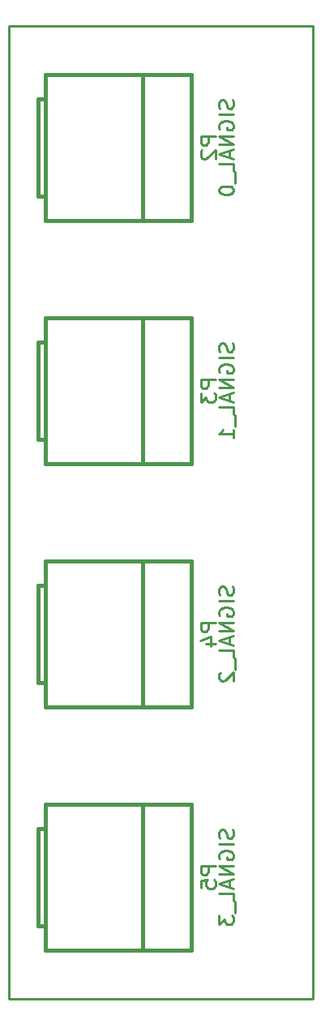
<source format=gbo>
G04 (created by PCBNEW-RS274X (20100406 SVN-R2509)-final) date Thu 17 Jun 2010 02:34:41 PM PDT*
G01*
G70*
G90*
%MOIN*%
G04 Gerber Fmt 3.4, Leading zero omitted, Abs format*
%FSLAX34Y34*%
G04 APERTURE LIST*
%ADD10C,0.001000*%
%ADD11C,0.009000*%
%ADD12C,0.015000*%
%ADD13C,0.010000*%
G04 APERTURE END LIST*
G54D10*
G54D11*
X62750Y-22000D02*
X50250Y-22000D01*
X62750Y-62000D02*
X62750Y-22000D01*
X50250Y-62000D02*
X62750Y-62000D01*
X50250Y-22000D02*
X50250Y-62000D01*
G54D12*
X51750Y-60000D02*
X57750Y-60000D01*
X51750Y-54000D02*
X57750Y-54000D01*
X51750Y-55000D02*
X51450Y-55000D01*
X51450Y-55000D02*
X51450Y-59000D01*
X51450Y-59000D02*
X51750Y-59000D01*
X55750Y-54000D02*
X55750Y-60000D01*
X51750Y-54000D02*
X51750Y-60000D01*
X57750Y-54000D02*
X57750Y-60000D01*
X51750Y-50000D02*
X57750Y-50000D01*
X51750Y-44000D02*
X57750Y-44000D01*
X51750Y-45000D02*
X51450Y-45000D01*
X51450Y-45000D02*
X51450Y-49000D01*
X51450Y-49000D02*
X51750Y-49000D01*
X55750Y-44000D02*
X55750Y-50000D01*
X51750Y-44000D02*
X51750Y-50000D01*
X57750Y-44000D02*
X57750Y-50000D01*
X51750Y-40000D02*
X57750Y-40000D01*
X51750Y-34000D02*
X57750Y-34000D01*
X51750Y-35000D02*
X51450Y-35000D01*
X51450Y-35000D02*
X51450Y-39000D01*
X51450Y-39000D02*
X51750Y-39000D01*
X55750Y-34000D02*
X55750Y-40000D01*
X51750Y-34000D02*
X51750Y-40000D01*
X57750Y-34000D02*
X57750Y-40000D01*
X51750Y-30000D02*
X57750Y-30000D01*
X51750Y-24000D02*
X57750Y-24000D01*
X51750Y-25000D02*
X51450Y-25000D01*
X51450Y-25000D02*
X51450Y-29000D01*
X51450Y-29000D02*
X51750Y-29000D01*
X55750Y-24000D02*
X55750Y-30000D01*
X51750Y-24000D02*
X51750Y-30000D01*
X57750Y-24000D02*
X57750Y-30000D01*
G54D13*
X58743Y-56558D02*
X58143Y-56558D01*
X58143Y-56786D01*
X58171Y-56844D01*
X58200Y-56872D01*
X58257Y-56901D01*
X58343Y-56901D01*
X58400Y-56872D01*
X58429Y-56844D01*
X58457Y-56786D01*
X58457Y-56558D01*
X58143Y-57444D02*
X58143Y-57158D01*
X58429Y-57129D01*
X58400Y-57158D01*
X58371Y-57215D01*
X58371Y-57358D01*
X58400Y-57415D01*
X58429Y-57444D01*
X58486Y-57472D01*
X58629Y-57472D01*
X58686Y-57444D01*
X58714Y-57415D01*
X58743Y-57358D01*
X58743Y-57215D01*
X58714Y-57158D01*
X58686Y-57129D01*
X59464Y-55057D02*
X59493Y-55143D01*
X59493Y-55286D01*
X59464Y-55343D01*
X59436Y-55372D01*
X59379Y-55400D01*
X59321Y-55400D01*
X59264Y-55372D01*
X59236Y-55343D01*
X59207Y-55286D01*
X59179Y-55172D01*
X59150Y-55114D01*
X59121Y-55086D01*
X59064Y-55057D01*
X59007Y-55057D01*
X58950Y-55086D01*
X58921Y-55114D01*
X58893Y-55172D01*
X58893Y-55314D01*
X58921Y-55400D01*
X59493Y-55657D02*
X58893Y-55657D01*
X58921Y-56257D02*
X58893Y-56200D01*
X58893Y-56114D01*
X58921Y-56029D01*
X58979Y-55971D01*
X59036Y-55943D01*
X59150Y-55914D01*
X59236Y-55914D01*
X59350Y-55943D01*
X59407Y-55971D01*
X59464Y-56029D01*
X59493Y-56114D01*
X59493Y-56171D01*
X59464Y-56257D01*
X59436Y-56286D01*
X59236Y-56286D01*
X59236Y-56171D01*
X59493Y-56543D02*
X58893Y-56543D01*
X59493Y-56886D01*
X58893Y-56886D01*
X59321Y-57143D02*
X59321Y-57429D01*
X59493Y-57086D02*
X58893Y-57286D01*
X59493Y-57486D01*
X59493Y-57972D02*
X59493Y-57686D01*
X58893Y-57686D01*
X59550Y-58029D02*
X59550Y-58486D01*
X58893Y-58572D02*
X58893Y-58943D01*
X59121Y-58743D01*
X59121Y-58829D01*
X59150Y-58886D01*
X59179Y-58915D01*
X59236Y-58943D01*
X59379Y-58943D01*
X59436Y-58915D01*
X59464Y-58886D01*
X59493Y-58829D01*
X59493Y-58657D01*
X59464Y-58600D01*
X59436Y-58572D01*
X58743Y-46558D02*
X58143Y-46558D01*
X58143Y-46786D01*
X58171Y-46844D01*
X58200Y-46872D01*
X58257Y-46901D01*
X58343Y-46901D01*
X58400Y-46872D01*
X58429Y-46844D01*
X58457Y-46786D01*
X58457Y-46558D01*
X58343Y-47415D02*
X58743Y-47415D01*
X58114Y-47272D02*
X58543Y-47129D01*
X58543Y-47501D01*
X59464Y-45057D02*
X59493Y-45143D01*
X59493Y-45286D01*
X59464Y-45343D01*
X59436Y-45372D01*
X59379Y-45400D01*
X59321Y-45400D01*
X59264Y-45372D01*
X59236Y-45343D01*
X59207Y-45286D01*
X59179Y-45172D01*
X59150Y-45114D01*
X59121Y-45086D01*
X59064Y-45057D01*
X59007Y-45057D01*
X58950Y-45086D01*
X58921Y-45114D01*
X58893Y-45172D01*
X58893Y-45314D01*
X58921Y-45400D01*
X59493Y-45657D02*
X58893Y-45657D01*
X58921Y-46257D02*
X58893Y-46200D01*
X58893Y-46114D01*
X58921Y-46029D01*
X58979Y-45971D01*
X59036Y-45943D01*
X59150Y-45914D01*
X59236Y-45914D01*
X59350Y-45943D01*
X59407Y-45971D01*
X59464Y-46029D01*
X59493Y-46114D01*
X59493Y-46171D01*
X59464Y-46257D01*
X59436Y-46286D01*
X59236Y-46286D01*
X59236Y-46171D01*
X59493Y-46543D02*
X58893Y-46543D01*
X59493Y-46886D01*
X58893Y-46886D01*
X59321Y-47143D02*
X59321Y-47429D01*
X59493Y-47086D02*
X58893Y-47286D01*
X59493Y-47486D01*
X59493Y-47972D02*
X59493Y-47686D01*
X58893Y-47686D01*
X59550Y-48029D02*
X59550Y-48486D01*
X58950Y-48600D02*
X58921Y-48629D01*
X58893Y-48686D01*
X58893Y-48829D01*
X58921Y-48886D01*
X58950Y-48915D01*
X59007Y-48943D01*
X59064Y-48943D01*
X59150Y-48915D01*
X59493Y-48572D01*
X59493Y-48943D01*
X58743Y-36558D02*
X58143Y-36558D01*
X58143Y-36786D01*
X58171Y-36844D01*
X58200Y-36872D01*
X58257Y-36901D01*
X58343Y-36901D01*
X58400Y-36872D01*
X58429Y-36844D01*
X58457Y-36786D01*
X58457Y-36558D01*
X58143Y-37101D02*
X58143Y-37472D01*
X58371Y-37272D01*
X58371Y-37358D01*
X58400Y-37415D01*
X58429Y-37444D01*
X58486Y-37472D01*
X58629Y-37472D01*
X58686Y-37444D01*
X58714Y-37415D01*
X58743Y-37358D01*
X58743Y-37186D01*
X58714Y-37129D01*
X58686Y-37101D01*
X59464Y-35057D02*
X59493Y-35143D01*
X59493Y-35286D01*
X59464Y-35343D01*
X59436Y-35372D01*
X59379Y-35400D01*
X59321Y-35400D01*
X59264Y-35372D01*
X59236Y-35343D01*
X59207Y-35286D01*
X59179Y-35172D01*
X59150Y-35114D01*
X59121Y-35086D01*
X59064Y-35057D01*
X59007Y-35057D01*
X58950Y-35086D01*
X58921Y-35114D01*
X58893Y-35172D01*
X58893Y-35314D01*
X58921Y-35400D01*
X59493Y-35657D02*
X58893Y-35657D01*
X58921Y-36257D02*
X58893Y-36200D01*
X58893Y-36114D01*
X58921Y-36029D01*
X58979Y-35971D01*
X59036Y-35943D01*
X59150Y-35914D01*
X59236Y-35914D01*
X59350Y-35943D01*
X59407Y-35971D01*
X59464Y-36029D01*
X59493Y-36114D01*
X59493Y-36171D01*
X59464Y-36257D01*
X59436Y-36286D01*
X59236Y-36286D01*
X59236Y-36171D01*
X59493Y-36543D02*
X58893Y-36543D01*
X59493Y-36886D01*
X58893Y-36886D01*
X59321Y-37143D02*
X59321Y-37429D01*
X59493Y-37086D02*
X58893Y-37286D01*
X59493Y-37486D01*
X59493Y-37972D02*
X59493Y-37686D01*
X58893Y-37686D01*
X59550Y-38029D02*
X59550Y-38486D01*
X59493Y-38943D02*
X59493Y-38600D01*
X59493Y-38772D02*
X58893Y-38772D01*
X58979Y-38715D01*
X59036Y-38657D01*
X59064Y-38600D01*
X58743Y-26558D02*
X58143Y-26558D01*
X58143Y-26786D01*
X58171Y-26844D01*
X58200Y-26872D01*
X58257Y-26901D01*
X58343Y-26901D01*
X58400Y-26872D01*
X58429Y-26844D01*
X58457Y-26786D01*
X58457Y-26558D01*
X58200Y-27129D02*
X58171Y-27158D01*
X58143Y-27215D01*
X58143Y-27358D01*
X58171Y-27415D01*
X58200Y-27444D01*
X58257Y-27472D01*
X58314Y-27472D01*
X58400Y-27444D01*
X58743Y-27101D01*
X58743Y-27472D01*
X59464Y-25057D02*
X59493Y-25143D01*
X59493Y-25286D01*
X59464Y-25343D01*
X59436Y-25372D01*
X59379Y-25400D01*
X59321Y-25400D01*
X59264Y-25372D01*
X59236Y-25343D01*
X59207Y-25286D01*
X59179Y-25172D01*
X59150Y-25114D01*
X59121Y-25086D01*
X59064Y-25057D01*
X59007Y-25057D01*
X58950Y-25086D01*
X58921Y-25114D01*
X58893Y-25172D01*
X58893Y-25314D01*
X58921Y-25400D01*
X59493Y-25657D02*
X58893Y-25657D01*
X58921Y-26257D02*
X58893Y-26200D01*
X58893Y-26114D01*
X58921Y-26029D01*
X58979Y-25971D01*
X59036Y-25943D01*
X59150Y-25914D01*
X59236Y-25914D01*
X59350Y-25943D01*
X59407Y-25971D01*
X59464Y-26029D01*
X59493Y-26114D01*
X59493Y-26171D01*
X59464Y-26257D01*
X59436Y-26286D01*
X59236Y-26286D01*
X59236Y-26171D01*
X59493Y-26543D02*
X58893Y-26543D01*
X59493Y-26886D01*
X58893Y-26886D01*
X59321Y-27143D02*
X59321Y-27429D01*
X59493Y-27086D02*
X58893Y-27286D01*
X59493Y-27486D01*
X59493Y-27972D02*
X59493Y-27686D01*
X58893Y-27686D01*
X59550Y-28029D02*
X59550Y-28486D01*
X58893Y-28743D02*
X58893Y-28800D01*
X58921Y-28857D01*
X58950Y-28886D01*
X59007Y-28915D01*
X59121Y-28943D01*
X59264Y-28943D01*
X59379Y-28915D01*
X59436Y-28886D01*
X59464Y-28857D01*
X59493Y-28800D01*
X59493Y-28743D01*
X59464Y-28686D01*
X59436Y-28657D01*
X59379Y-28629D01*
X59264Y-28600D01*
X59121Y-28600D01*
X59007Y-28629D01*
X58950Y-28657D01*
X58921Y-28686D01*
X58893Y-28743D01*
M02*

</source>
